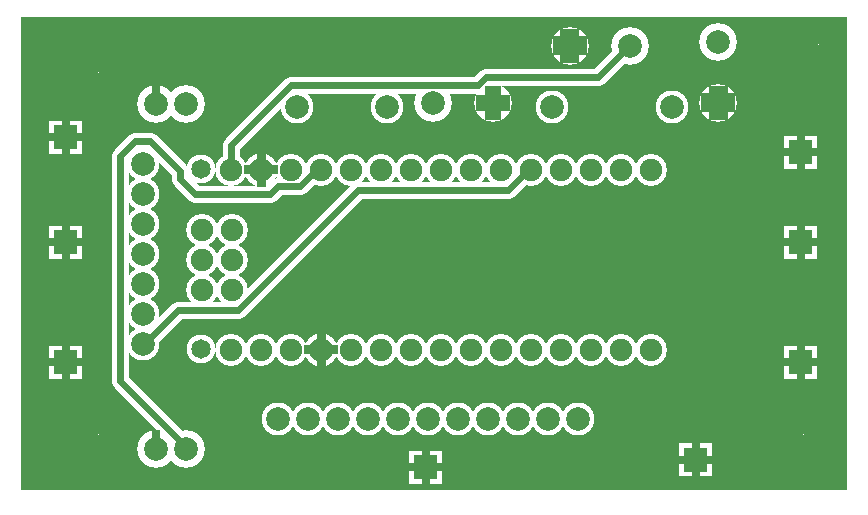
<source format=gbr>
%FSLAX34Y34*%
%MOMM*%
%LNCOPPER_TOP*%
G71*
G01*
%ADD10C,2.700*%
%ADD11C,2.450*%
%ADD12C,2.800*%
%ADD13C,3.200*%
%ADD14C,1.400*%
%ADD15C,4.200*%
%ADD16C,0.667*%
%ADD17C,0.813*%
%ADD18C,1.360*%
%ADD19C,1.587*%
%ADD20C,1.627*%
%ADD21C,0.787*%
%ADD22C,2.973*%
%ADD23C,1.900*%
%ADD24C,1.650*%
%ADD25C,2.000*%
%ADD26C,0.600*%
%ADD27C,4.000*%
%LPD*%
G36*
X-217646Y339759D02*
X482354Y339759D01*
X482354Y-60241D01*
X-217646Y-60241D01*
X-217646Y339759D01*
G37*
%LPC*%
X-39336Y58460D02*
G54D10*
D03*
X-13936Y58460D02*
G54D10*
D03*
X11464Y58460D02*
G54D10*
D03*
X36864Y58460D02*
G54D10*
D03*
X62264Y58460D02*
G54D10*
D03*
X87664Y58460D02*
G54D10*
D03*
X113064Y58460D02*
G54D10*
D03*
X138464Y58460D02*
G54D10*
D03*
X163864Y58460D02*
G54D10*
D03*
X189264Y58460D02*
G54D10*
D03*
X214664Y58460D02*
G54D10*
D03*
X240064Y58460D02*
G54D10*
D03*
X265464Y58460D02*
G54D10*
D03*
X290864Y58460D02*
G54D10*
D03*
X316264Y58460D02*
G54D10*
D03*
X-39336Y210860D02*
G54D10*
D03*
X-13936Y210860D02*
G54D10*
D03*
X11464Y210860D02*
G54D10*
D03*
X36864Y210860D02*
G54D10*
D03*
X62264Y210860D02*
G54D10*
D03*
X87664Y210860D02*
G54D10*
D03*
X113064Y210860D02*
G54D10*
D03*
X138464Y210860D02*
G54D10*
D03*
X163864Y210860D02*
G54D10*
D03*
X189264Y210860D02*
G54D10*
D03*
X214664Y210860D02*
G54D10*
D03*
X240064Y210860D02*
G54D10*
D03*
X265464Y210860D02*
G54D10*
D03*
X290864Y210860D02*
G54D10*
D03*
X316264Y210860D02*
G54D10*
D03*
X-64577Y211019D02*
G54D11*
D03*
X-64577Y58619D02*
G54D11*
D03*
X-38320Y159806D02*
G54D10*
D03*
X-63720Y159806D02*
G54D10*
D03*
X-38320Y134406D02*
G54D10*
D03*
X-63720Y134406D02*
G54D10*
D03*
X-38320Y109006D02*
G54D10*
D03*
X-63720Y109006D02*
G54D10*
D03*
X92234Y263559D02*
G54D12*
D03*
X16034Y263559D02*
G54D12*
D03*
X-102891Y266134D02*
G54D13*
D03*
X-77391Y266134D02*
G54D13*
D03*
X131499Y267316D02*
G54D13*
D03*
X182480Y267429D02*
G54D13*
D03*
X231934Y263559D02*
G54D12*
D03*
X333534Y263559D02*
G54D12*
D03*
X298120Y315684D02*
G54D13*
D03*
X247139Y315572D02*
G54D13*
D03*
X372851Y318434D02*
G54D13*
D03*
X372963Y267454D02*
G54D13*
D03*
X182480Y267429D02*
G54D12*
D03*
X247139Y315572D02*
G54D12*
D03*
X372963Y267454D02*
G54D12*
D03*
X50800Y0D02*
G54D12*
D03*
X25400Y0D02*
G54D12*
D03*
X0Y0D02*
G54D12*
D03*
X101600Y0D02*
G54D12*
D03*
X76200Y0D02*
G54D12*
D03*
X50800Y0D02*
G54D12*
D03*
X152400Y0D02*
G54D12*
D03*
X127000Y0D02*
G54D12*
D03*
X101600Y0D02*
G54D12*
D03*
X203199Y0D02*
G54D12*
D03*
X177799Y0D02*
G54D12*
D03*
X152400Y0D02*
G54D12*
D03*
X228599Y0D02*
G54D12*
D03*
X203199Y0D02*
G54D12*
D03*
X177799Y0D02*
G54D12*
D03*
X253999Y0D02*
G54D12*
D03*
X228599Y0D02*
G54D12*
D03*
X203199Y0D02*
G54D12*
D03*
X-114300Y139700D02*
G54D12*
D03*
X-114300Y139700D02*
G54D12*
D03*
X-114300Y165100D02*
G54D12*
D03*
X-114300Y190500D02*
G54D12*
D03*
X-114300Y88900D02*
G54D12*
D03*
X-114300Y88900D02*
G54D12*
D03*
X-114300Y114300D02*
G54D12*
D03*
X-114300Y139700D02*
G54D12*
D03*
X-114300Y63500D02*
G54D12*
D03*
X-114300Y88900D02*
G54D12*
D03*
X-114300Y165100D02*
G54D12*
D03*
X-114300Y165100D02*
G54D12*
D03*
X-114300Y190500D02*
G54D12*
D03*
X-114300Y215900D02*
G54D12*
D03*
X-114300Y63500D02*
G54D12*
D03*
X36864Y58460D02*
G54D12*
D03*
X-13936Y210860D02*
G54D12*
D03*
G54D14*
X-114300Y63500D02*
X-116046Y60409D01*
X-84296Y92159D01*
X-33496Y92159D01*
X68104Y193759D01*
X195104Y193759D01*
X214154Y212809D01*
X214664Y210860D01*
X-166846Y308009D02*
G54D15*
D03*
G54D14*
X298120Y315684D02*
X296704Y314409D01*
X271304Y289009D01*
X176054Y289009D01*
X169704Y282659D01*
X10954Y282659D01*
X-39846Y231859D01*
X-39846Y212809D01*
X-39336Y210860D01*
X-166846Y-28541D02*
G54D15*
D03*
X430054Y-28541D02*
G54D15*
D03*
X442754Y301659D02*
G54D15*
D03*
G36*
X339854Y-20891D02*
X367854Y-20891D01*
X367854Y-48891D01*
X339854Y-48891D01*
X339854Y-20891D01*
G37*
G36*
X111254Y-27241D02*
X139254Y-27241D01*
X139254Y-55241D01*
X111254Y-55241D01*
X111254Y-27241D01*
G37*
G36*
X428754Y239459D02*
X456754Y239459D01*
X456754Y211459D01*
X428754Y211459D01*
X428754Y239459D01*
G37*
G36*
X428754Y61659D02*
X456754Y61659D01*
X456754Y33659D01*
X428754Y33659D01*
X428754Y61659D01*
G37*
G36*
X-193546Y252159D02*
X-165546Y252159D01*
X-165546Y224159D01*
X-193546Y224159D01*
X-193546Y252159D01*
G37*
G36*
X-193546Y61659D02*
X-165546Y61659D01*
X-165546Y33659D01*
X-193546Y33659D01*
X-193546Y61659D01*
G37*
G36*
X-193546Y163259D02*
X-165546Y163259D01*
X-165546Y135259D01*
X-193546Y135259D01*
X-193546Y163259D01*
G37*
G36*
X428754Y163259D02*
X456754Y163259D01*
X456754Y135259D01*
X428754Y135259D01*
X428754Y163259D01*
G37*
X-102891Y-25966D02*
G54D13*
D03*
X-77391Y-25966D02*
G54D13*
D03*
G54D14*
X-77391Y-25966D02*
X-76200Y-25400D01*
X-133350Y31750D01*
X-133350Y222250D01*
X-120650Y234950D01*
X-107950Y234950D01*
X-82550Y209550D01*
X-82550Y203200D01*
X-69850Y190500D01*
X-6350Y190500D01*
X0Y196850D01*
X19050Y196850D01*
X31750Y209550D01*
X38100Y209550D01*
X36864Y210860D01*
%LPD*%
G54D16*
G36*
X-106224Y266134D02*
X-106224Y282634D01*
X-99558Y282634D01*
X-99558Y266134D01*
X-106224Y266134D01*
G37*
G54D17*
G54D18*
G36*
X175680Y267429D02*
X175680Y281929D01*
X189280Y281929D01*
X189280Y267429D01*
X175680Y267429D01*
G37*
G36*
X182480Y274229D02*
X196980Y274229D01*
X196980Y260629D01*
X182480Y260629D01*
X182480Y274229D01*
G37*
G36*
X189280Y267429D02*
X189280Y252929D01*
X175680Y252929D01*
X175680Y267429D01*
X189280Y267429D01*
G37*
G36*
X182480Y260629D02*
X167980Y260629D01*
X167980Y274229D01*
X182480Y274229D01*
X182480Y260629D01*
G37*
G54D19*
G36*
X239206Y315572D02*
X239206Y330072D01*
X255072Y330072D01*
X255072Y315572D01*
X239206Y315572D01*
G37*
G36*
X247139Y323505D02*
X261639Y323505D01*
X261639Y307639D01*
X247139Y307639D01*
X247139Y323505D01*
G37*
G36*
X255072Y315572D02*
X255072Y301072D01*
X239206Y301072D01*
X239206Y315572D01*
X255072Y315572D01*
G37*
G36*
X247139Y307639D02*
X232639Y307639D01*
X232639Y323505D01*
X247139Y323505D01*
X247139Y307639D01*
G37*
G54D20*
G36*
X364830Y267454D02*
X364830Y281954D01*
X381096Y281954D01*
X381096Y267454D01*
X364830Y267454D01*
G37*
G36*
X372963Y275587D02*
X387463Y275587D01*
X387463Y259321D01*
X372963Y259321D01*
X372963Y275587D01*
G37*
G36*
X381096Y267454D02*
X381096Y252954D01*
X364830Y252954D01*
X364830Y267454D01*
X381096Y267454D01*
G37*
G36*
X372963Y259321D02*
X358463Y259321D01*
X358463Y275587D01*
X372963Y275587D01*
X372963Y259321D01*
G37*
G54D21*
G36*
X32931Y58460D02*
X32931Y72960D01*
X40797Y72960D01*
X40797Y58460D01*
X32931Y58460D01*
G37*
G36*
X36864Y62393D02*
X51364Y62393D01*
X51364Y54527D01*
X36864Y54527D01*
X36864Y62393D01*
G37*
G36*
X40797Y58460D02*
X40797Y43960D01*
X32931Y43960D01*
X32931Y58460D01*
X40797Y58460D01*
G37*
G36*
X36864Y54527D02*
X22364Y54527D01*
X22364Y62393D01*
X36864Y62393D01*
X36864Y54527D01*
G37*
G54D21*
G36*
X-17870Y210860D02*
X-17870Y225360D01*
X-10003Y225360D01*
X-10003Y210860D01*
X-17870Y210860D01*
G37*
G36*
X-13936Y214793D02*
X564Y214793D01*
X564Y206927D01*
X-13936Y206927D01*
X-13936Y214793D01*
G37*
G36*
X-10003Y210860D02*
X-10003Y196360D01*
X-17870Y196360D01*
X-17870Y210860D01*
X-10003Y210860D01*
G37*
G36*
X-13936Y206927D02*
X-28436Y206927D01*
X-28436Y214793D01*
X-13936Y214793D01*
X-13936Y206927D01*
G37*
G54D22*
G36*
X-166846Y322876D02*
X-145346Y322876D01*
X-145346Y293142D01*
X-166846Y293142D01*
X-166846Y322876D01*
G37*
G36*
X-151979Y308009D02*
X-151979Y286509D01*
X-181713Y286509D01*
X-181713Y308009D01*
X-151979Y308009D01*
G37*
G36*
X-166846Y293142D02*
X-188346Y293142D01*
X-188346Y322876D01*
X-166846Y322876D01*
X-166846Y293142D01*
G37*
G36*
X-181713Y308009D02*
X-181713Y329509D01*
X-151979Y329509D01*
X-151979Y308009D01*
X-181713Y308009D01*
G37*
G54D22*
G36*
X-166846Y-13674D02*
X-145346Y-13674D01*
X-145346Y-43408D01*
X-166846Y-43408D01*
X-166846Y-13674D01*
G37*
G36*
X-151979Y-28541D02*
X-151979Y-50041D01*
X-181713Y-50041D01*
X-181713Y-28541D01*
X-151979Y-28541D01*
G37*
G36*
X-166846Y-43408D02*
X-188346Y-43408D01*
X-188346Y-13674D01*
X-166846Y-13674D01*
X-166846Y-43408D01*
G37*
G36*
X-181713Y-28541D02*
X-181713Y-7041D01*
X-151979Y-7041D01*
X-151979Y-28541D01*
X-181713Y-28541D01*
G37*
G54D22*
G36*
X430054Y-13674D02*
X451554Y-13674D01*
X451554Y-43408D01*
X430054Y-43408D01*
X430054Y-13674D01*
G37*
G36*
X444921Y-28541D02*
X444921Y-50041D01*
X415187Y-50041D01*
X415187Y-28541D01*
X444921Y-28541D01*
G37*
G36*
X430054Y-43408D02*
X408554Y-43408D01*
X408554Y-13674D01*
X430054Y-13674D01*
X430054Y-43408D01*
G37*
G36*
X415187Y-28541D02*
X415187Y-7041D01*
X444921Y-7041D01*
X444921Y-28541D01*
X415187Y-28541D01*
G37*
G54D22*
G36*
X442754Y316526D02*
X464254Y316526D01*
X464254Y286792D01*
X442754Y286792D01*
X442754Y316526D01*
G37*
G36*
X457621Y301659D02*
X457621Y280159D01*
X427887Y280159D01*
X427887Y301659D01*
X457621Y301659D01*
G37*
G36*
X442754Y286792D02*
X421254Y286792D01*
X421254Y316526D01*
X442754Y316526D01*
X442754Y286792D01*
G37*
G36*
X427887Y301659D02*
X427887Y323159D01*
X457621Y323159D01*
X457621Y301659D01*
X427887Y301659D01*
G37*
G54D16*
G36*
X350521Y-34891D02*
X350521Y-20391D01*
X357187Y-20391D01*
X357187Y-34891D01*
X350521Y-34891D01*
G37*
G36*
X353854Y-31558D02*
X368354Y-31558D01*
X368354Y-38224D01*
X353854Y-38224D01*
X353854Y-31558D01*
G37*
G36*
X357187Y-34891D02*
X357187Y-49391D01*
X350521Y-49391D01*
X350521Y-34891D01*
X357187Y-34891D01*
G37*
G36*
X353854Y-38224D02*
X339354Y-38224D01*
X339354Y-31558D01*
X353854Y-31558D01*
X353854Y-38224D01*
G37*
G54D16*
G36*
X121921Y-41241D02*
X121921Y-26741D01*
X128587Y-26741D01*
X128587Y-41241D01*
X121921Y-41241D01*
G37*
G36*
X125254Y-37908D02*
X139754Y-37908D01*
X139754Y-44574D01*
X125254Y-44574D01*
X125254Y-37908D01*
G37*
G36*
X128587Y-41241D02*
X128587Y-55741D01*
X121921Y-55741D01*
X121921Y-41241D01*
X128587Y-41241D01*
G37*
G36*
X125254Y-44574D02*
X110754Y-44574D01*
X110754Y-37908D01*
X125254Y-37908D01*
X125254Y-44574D01*
G37*
G54D16*
G36*
X439421Y225459D02*
X439421Y239959D01*
X446087Y239959D01*
X446087Y225459D01*
X439421Y225459D01*
G37*
G36*
X442754Y228792D02*
X457254Y228792D01*
X457254Y222126D01*
X442754Y222126D01*
X442754Y228792D01*
G37*
G36*
X446087Y225459D02*
X446087Y210959D01*
X439421Y210959D01*
X439421Y225459D01*
X446087Y225459D01*
G37*
G36*
X442754Y222126D02*
X428254Y222126D01*
X428254Y228792D01*
X442754Y228792D01*
X442754Y222126D01*
G37*
G54D16*
G36*
X439421Y47659D02*
X439421Y62159D01*
X446087Y62159D01*
X446087Y47659D01*
X439421Y47659D01*
G37*
G36*
X442754Y50992D02*
X457254Y50992D01*
X457254Y44326D01*
X442754Y44326D01*
X442754Y50992D01*
G37*
G36*
X446087Y47659D02*
X446087Y33159D01*
X439421Y33159D01*
X439421Y47659D01*
X446087Y47659D01*
G37*
G36*
X442754Y44326D02*
X428254Y44326D01*
X428254Y50992D01*
X442754Y50992D01*
X442754Y44326D01*
G37*
G54D16*
G36*
X-182879Y238159D02*
X-182879Y252659D01*
X-176213Y252659D01*
X-176213Y238159D01*
X-182879Y238159D01*
G37*
G36*
X-179546Y241492D02*
X-165046Y241492D01*
X-165046Y234826D01*
X-179546Y234826D01*
X-179546Y241492D01*
G37*
G36*
X-176213Y238159D02*
X-176213Y223659D01*
X-182879Y223659D01*
X-182879Y238159D01*
X-176213Y238159D01*
G37*
G36*
X-179546Y234826D02*
X-194046Y234826D01*
X-194046Y241492D01*
X-179546Y241492D01*
X-179546Y234826D01*
G37*
G54D16*
G36*
X-182879Y47659D02*
X-182879Y62159D01*
X-176213Y62159D01*
X-176213Y47659D01*
X-182879Y47659D01*
G37*
G36*
X-179546Y50992D02*
X-165046Y50992D01*
X-165046Y44326D01*
X-179546Y44326D01*
X-179546Y50992D01*
G37*
G36*
X-176213Y47659D02*
X-176213Y33159D01*
X-182879Y33159D01*
X-182879Y47659D01*
X-176213Y47659D01*
G37*
G36*
X-179546Y44326D02*
X-194046Y44326D01*
X-194046Y50992D01*
X-179546Y50992D01*
X-179546Y44326D01*
G37*
G54D16*
G36*
X-182879Y149259D02*
X-182879Y163759D01*
X-176213Y163759D01*
X-176213Y149259D01*
X-182879Y149259D01*
G37*
G36*
X-179546Y152592D02*
X-165046Y152592D01*
X-165046Y145926D01*
X-179546Y145926D01*
X-179546Y152592D01*
G37*
G36*
X-176213Y149259D02*
X-176213Y134759D01*
X-182879Y134759D01*
X-182879Y149259D01*
X-176213Y149259D01*
G37*
G36*
X-179546Y145926D02*
X-194046Y145926D01*
X-194046Y152592D01*
X-179546Y152592D01*
X-179546Y145926D01*
G37*
G54D16*
G36*
X439421Y149259D02*
X439421Y163759D01*
X446087Y163759D01*
X446087Y149259D01*
X439421Y149259D01*
G37*
G36*
X442754Y152592D02*
X457254Y152592D01*
X457254Y145926D01*
X442754Y145926D01*
X442754Y152592D01*
G37*
G36*
X446087Y149259D02*
X446087Y134759D01*
X439421Y134759D01*
X439421Y149259D01*
X446087Y149259D01*
G37*
G36*
X442754Y145926D02*
X428254Y145926D01*
X428254Y152592D01*
X442754Y152592D01*
X442754Y145926D01*
G37*
G54D16*
G36*
X-106224Y-25966D02*
X-106224Y-9466D01*
X-99558Y-9466D01*
X-99558Y-25966D01*
X-106224Y-25966D01*
G37*
G54D17*
X-39336Y58460D02*
G54D23*
D03*
X-13936Y58460D02*
G54D23*
D03*
X11464Y58460D02*
G54D23*
D03*
X36864Y58460D02*
G54D23*
D03*
X62264Y58460D02*
G54D23*
D03*
X87664Y58460D02*
G54D23*
D03*
X113064Y58460D02*
G54D23*
D03*
X138464Y58460D02*
G54D23*
D03*
X163864Y58460D02*
G54D23*
D03*
X189264Y58460D02*
G54D23*
D03*
X214664Y58460D02*
G54D23*
D03*
X240064Y58460D02*
G54D23*
D03*
X265464Y58460D02*
G54D23*
D03*
X290864Y58460D02*
G54D23*
D03*
X316264Y58460D02*
G54D23*
D03*
X-39336Y210860D02*
G54D23*
D03*
X-13936Y210860D02*
G54D23*
D03*
X11464Y210860D02*
G54D23*
D03*
X36864Y210860D02*
G54D23*
D03*
X62264Y210860D02*
G54D23*
D03*
X87664Y210860D02*
G54D23*
D03*
X113064Y210860D02*
G54D23*
D03*
X138464Y210860D02*
G54D23*
D03*
X163864Y210860D02*
G54D23*
D03*
X189264Y210860D02*
G54D23*
D03*
X214664Y210860D02*
G54D23*
D03*
X240064Y210860D02*
G54D23*
D03*
X265464Y210860D02*
G54D23*
D03*
X290864Y210860D02*
G54D23*
D03*
X316264Y210860D02*
G54D23*
D03*
X-64577Y211019D02*
G54D24*
D03*
X-64577Y58619D02*
G54D24*
D03*
X-38320Y159806D02*
G54D23*
D03*
X-63720Y159806D02*
G54D23*
D03*
X-38320Y134406D02*
G54D23*
D03*
X-63720Y134406D02*
G54D23*
D03*
X-38320Y109006D02*
G54D23*
D03*
X-63720Y109006D02*
G54D23*
D03*
X92234Y263559D02*
G54D25*
D03*
X16034Y263559D02*
G54D25*
D03*
X-102891Y266134D02*
G54D25*
D03*
X-77391Y266134D02*
G54D25*
D03*
X131499Y267316D02*
G54D25*
D03*
X182480Y267429D02*
G54D25*
D03*
X231934Y263559D02*
G54D25*
D03*
X333534Y263559D02*
G54D25*
D03*
X298120Y315684D02*
G54D25*
D03*
X247139Y315572D02*
G54D25*
D03*
X372851Y318434D02*
G54D25*
D03*
X372963Y267454D02*
G54D25*
D03*
X182480Y267429D02*
G54D25*
D03*
X247139Y315572D02*
G54D25*
D03*
X372963Y267454D02*
G54D25*
D03*
X50800Y0D02*
G54D25*
D03*
X25400Y0D02*
G54D25*
D03*
X0Y0D02*
G54D25*
D03*
X101600Y0D02*
G54D25*
D03*
X76200Y0D02*
G54D25*
D03*
X50800Y0D02*
G54D25*
D03*
X152400Y0D02*
G54D25*
D03*
X127000Y0D02*
G54D25*
D03*
X101600Y0D02*
G54D25*
D03*
X203199Y0D02*
G54D25*
D03*
X177799Y0D02*
G54D25*
D03*
X152400Y0D02*
G54D25*
D03*
X228599Y0D02*
G54D25*
D03*
X203199Y0D02*
G54D25*
D03*
X177799Y0D02*
G54D25*
D03*
X253999Y0D02*
G54D25*
D03*
X228599Y0D02*
G54D25*
D03*
X203199Y0D02*
G54D25*
D03*
X-114300Y139700D02*
G54D25*
D03*
X-114300Y139700D02*
G54D25*
D03*
X-114300Y165100D02*
G54D25*
D03*
X-114300Y190500D02*
G54D25*
D03*
X-114300Y88900D02*
G54D25*
D03*
X-114300Y88900D02*
G54D25*
D03*
X-114300Y114300D02*
G54D25*
D03*
X-114300Y139700D02*
G54D25*
D03*
X-114300Y63500D02*
G54D25*
D03*
X-114300Y88900D02*
G54D25*
D03*
X-114300Y165100D02*
G54D25*
D03*
X-114300Y165100D02*
G54D25*
D03*
X-114300Y190500D02*
G54D25*
D03*
X-114300Y215900D02*
G54D25*
D03*
X-114300Y63500D02*
G54D25*
D03*
X36864Y58460D02*
G54D25*
D03*
X-13936Y210860D02*
G54D25*
D03*
G54D26*
X-114300Y63500D02*
X-116046Y60409D01*
X-84296Y92159D01*
X-33496Y92159D01*
X68104Y193759D01*
X195104Y193759D01*
X214154Y212809D01*
X214664Y210860D01*
X-166846Y308009D02*
G54D27*
D03*
G54D26*
X298120Y315684D02*
X296704Y314409D01*
X271304Y289009D01*
X176054Y289009D01*
X169704Y282659D01*
X10954Y282659D01*
X-39846Y231859D01*
X-39846Y212809D01*
X-39336Y210860D01*
X-166846Y-28541D02*
G54D27*
D03*
X430054Y-28541D02*
G54D27*
D03*
X442754Y301659D02*
G54D27*
D03*
G36*
X343854Y-24891D02*
X363854Y-24891D01*
X363854Y-44891D01*
X343854Y-44891D01*
X343854Y-24891D01*
G37*
G36*
X115254Y-31241D02*
X135254Y-31241D01*
X135254Y-51241D01*
X115254Y-51241D01*
X115254Y-31241D01*
G37*
G36*
X432754Y235459D02*
X452754Y235459D01*
X452754Y215459D01*
X432754Y215459D01*
X432754Y235459D01*
G37*
G36*
X432754Y57659D02*
X452754Y57659D01*
X452754Y37659D01*
X432754Y37659D01*
X432754Y57659D01*
G37*
G36*
X-189546Y248159D02*
X-169546Y248159D01*
X-169546Y228159D01*
X-189546Y228159D01*
X-189546Y248159D01*
G37*
G36*
X-189546Y57659D02*
X-169546Y57659D01*
X-169546Y37659D01*
X-189546Y37659D01*
X-189546Y57659D01*
G37*
G36*
X-189546Y159259D02*
X-169546Y159259D01*
X-169546Y139259D01*
X-189546Y139259D01*
X-189546Y159259D01*
G37*
G36*
X432754Y159259D02*
X452754Y159259D01*
X452754Y139259D01*
X432754Y139259D01*
X432754Y159259D01*
G37*
X-102891Y-25966D02*
G54D25*
D03*
X-77391Y-25966D02*
G54D25*
D03*
G54D26*
X-77391Y-25966D02*
X-76200Y-25400D01*
X-133350Y31750D01*
X-133350Y222250D01*
X-120650Y234950D01*
X-107950Y234950D01*
X-82550Y209550D01*
X-82550Y203200D01*
X-69850Y190500D01*
X-6350Y190500D01*
X0Y196850D01*
X19050Y196850D01*
X31750Y209550D01*
X38100Y209550D01*
X36864Y210860D01*
M02*

</source>
